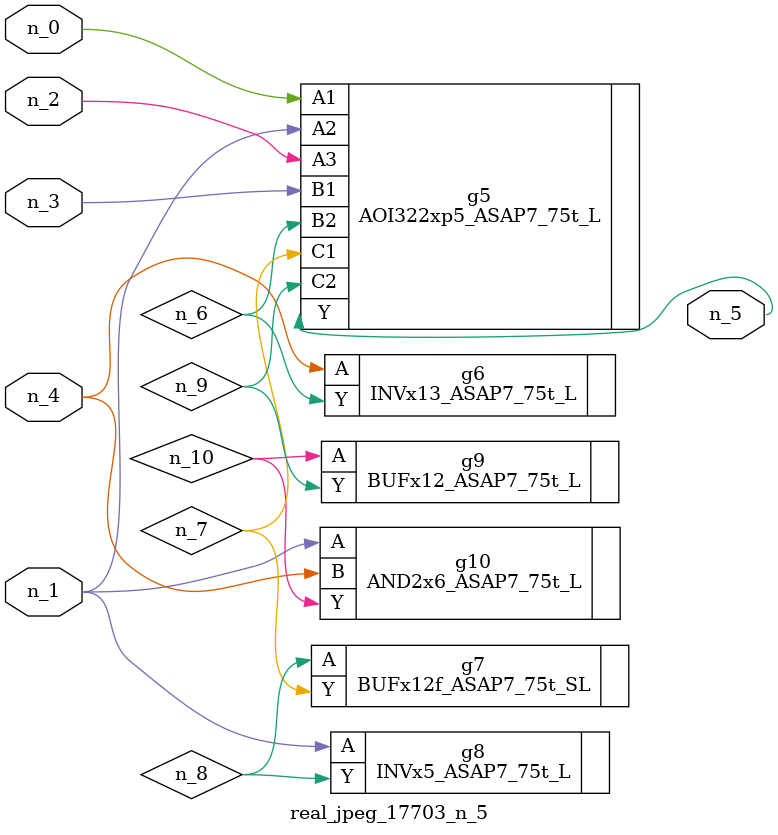
<source format=v>
module real_jpeg_17703_n_5 (n_4, n_0, n_1, n_2, n_3, n_5);

input n_4;
input n_0;
input n_1;
input n_2;
input n_3;

output n_5;

wire n_8;
wire n_6;
wire n_7;
wire n_10;
wire n_9;

AOI322xp5_ASAP7_75t_L g5 ( 
.A1(n_0),
.A2(n_1),
.A3(n_2),
.B1(n_3),
.B2(n_6),
.C1(n_7),
.C2(n_9),
.Y(n_5)
);

INVx5_ASAP7_75t_L g8 ( 
.A(n_1),
.Y(n_8)
);

AND2x6_ASAP7_75t_L g10 ( 
.A(n_1),
.B(n_4),
.Y(n_10)
);

INVx13_ASAP7_75t_L g6 ( 
.A(n_4),
.Y(n_6)
);

BUFx12f_ASAP7_75t_SL g7 ( 
.A(n_8),
.Y(n_7)
);

BUFx12_ASAP7_75t_L g9 ( 
.A(n_10),
.Y(n_9)
);


endmodule
</source>
